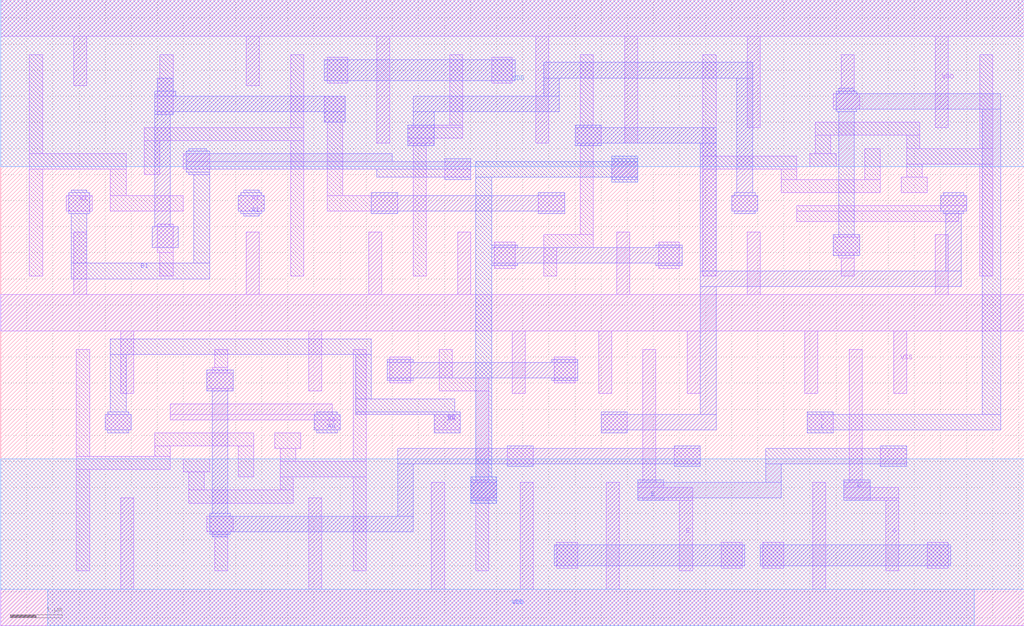
<source format=lef>
VERSION 5.7 ;
  NOWIREEXTENSIONATPIN ON ;
  DIVIDERCHAR "/" ;
  BUSBITCHARS "[]" ;
MACRO 2bit_comp_1x
  CLASS BLOCK ;
  FOREIGN 2bit_comp_1x ;
  ORIGIN 0.000 5.650 ;
  SIZE 19.600 BY 12.000 ;
  PIN VDD
    USE POWER ;
    PORT
      LAYER Nwell ;
        RECT 0.000 -4.950 19.600 -2.450 ;
        RECT 0.900 -5.650 18.650 -4.950 ;
      LAYER Metal1 ;
        RECT 2.300 -4.950 2.550 -3.200 ;
        RECT 5.900 -4.950 6.150 -3.200 ;
        RECT 8.250 -4.950 8.500 -2.900 ;
        RECT 9.950 -4.950 10.200 -2.900 ;
        RECT 11.600 -4.950 11.850 -2.900 ;
        RECT 15.550 -4.950 15.800 -2.900 ;
        RECT 0.000 -5.650 19.600 -4.950 ;
    END
    PORT
      LAYER Nwell ;
        RECT 0.000 3.150 19.600 6.350 ;
      LAYER Metal1 ;
        RECT 0.000 5.650 19.600 6.350 ;
        RECT 1.400 4.700 1.650 5.650 ;
        RECT 4.700 4.700 4.950 5.650 ;
        RECT 7.200 3.600 7.450 5.650 ;
        RECT 10.250 3.600 10.500 5.650 ;
        RECT 11.950 3.600 12.200 5.650 ;
        RECT 14.300 3.900 14.550 5.650 ;
        RECT 17.900 3.900 18.150 5.650 ;
    END
  END VDD
  PIN VSS
    USE GROUND ;
    PORT
      LAYER Metal1 ;
        RECT 1.400 0.700 1.650 1.900 ;
        RECT 4.700 0.700 4.950 1.900 ;
        RECT 7.050 0.700 7.300 1.900 ;
        RECT 8.750 0.700 9.000 1.900 ;
        RECT 11.800 0.700 12.050 1.900 ;
        RECT 14.300 0.700 14.550 1.900 ;
        RECT 17.900 0.700 18.150 1.850 ;
        RECT 0.000 0.000 19.600 0.700 ;
        RECT 2.300 -1.200 2.550 0.000 ;
        RECT 5.900 -1.150 6.150 0.000 ;
        RECT 9.800 -1.200 10.050 0.000 ;
        RECT 11.450 -1.200 11.700 0.000 ;
        RECT 13.150 -1.200 13.400 0.000 ;
        RECT 15.400 -1.200 15.650 0.000 ;
        RECT 17.100 -1.200 17.350 0.000 ;
    END
  END VSS
  PIN B0
    USE SIGNAL ;
    ANTENNAGATEAREA 2.550000 ;
    PORT
      LAYER Metal1 ;
        RECT 2.000 -1.900 2.500 -1.600 ;
        RECT 8.300 -1.900 8.800 -1.600 ;
      LAYER Metal2 ;
        RECT 2.100 -0.450 7.100 -0.150 ;
        RECT 2.100 -1.550 2.400 -0.450 ;
        RECT 6.800 -1.300 7.100 -0.450 ;
        RECT 6.800 -1.550 8.700 -1.300 ;
        RECT 2.050 -1.600 2.450 -1.550 ;
        RECT 6.800 -1.600 8.800 -1.550 ;
        RECT 2.000 -1.900 2.500 -1.600 ;
        RECT 2.050 -1.950 2.450 -1.900 ;
        RECT 8.300 -1.950 8.800 -1.600 ;
    END
  END B0
  PIN A0
    USE SIGNAL ;
    ANTENNAGATEAREA 1.530000 ;
    PORT
      LAYER Metal1 ;
        RECT 3.250 -1.600 6.350 -1.400 ;
        RECT 3.250 -1.700 6.500 -1.600 ;
        RECT 6.000 -1.900 6.500 -1.700 ;
      LAYER Metal2 ;
        RECT 6.050 -1.600 6.450 -1.550 ;
        RECT 6.000 -1.900 6.500 -1.600 ;
        RECT 6.050 -1.950 6.450 -1.900 ;
    END
  END A0
  PIN B1
    USE SIGNAL ;
    ANTENNAGATEAREA 2.805000 ;
    PORT
      LAYER Metal1 ;
        RECT 3.500 3.100 4.000 3.400 ;
        RECT 8.500 2.950 9.000 3.250 ;
        RECT 1.250 2.300 1.750 2.600 ;
      LAYER Metal2 ;
        RECT 3.600 3.450 3.950 3.500 ;
        RECT 3.550 3.400 4.000 3.450 ;
        RECT 3.550 3.250 7.500 3.400 ;
        RECT 8.500 3.250 9.000 3.300 ;
        RECT 3.550 3.100 9.000 3.250 ;
        RECT 3.550 3.050 4.000 3.100 ;
        RECT 3.600 3.000 4.000 3.050 ;
        RECT 1.350 2.650 1.650 2.700 ;
        RECT 1.300 2.250 1.700 2.650 ;
        RECT 1.350 1.300 1.650 2.250 ;
        RECT 3.700 1.300 4.000 3.000 ;
        RECT 7.200 2.950 9.000 3.100 ;
        RECT 8.500 2.900 9.000 2.950 ;
        RECT 1.350 1.000 4.000 1.300 ;
    END
  END B1
  PIN A1
    USE SIGNAL ;
    ANTENNAGATEAREA 1.530000 ;
    PORT
      LAYER Metal1 ;
        RECT 4.550 2.300 5.050 2.600 ;
      LAYER Metal2 ;
        RECT 4.650 2.650 4.950 2.700 ;
        RECT 4.600 2.600 5.000 2.650 ;
        RECT 4.550 2.300 5.050 2.600 ;
        RECT 4.600 2.250 5.000 2.300 ;
        RECT 4.650 2.200 4.950 2.250 ;
    END
  END A1
  PIN L
    USE SIGNAL ;
    ANTENNAGATEAREA 1.275000 ;
    ANTENNADIFFAREA 2.167500 ;
    PORT
      LAYER Metal1 ;
        RECT 16.100 4.650 16.350 5.300 ;
        RECT 16.050 4.550 16.350 4.650 ;
        RECT 15.950 4.250 16.450 4.550 ;
        RECT 16.050 1.800 16.350 1.850 ;
        RECT 15.950 1.500 16.450 1.800 ;
        RECT 16.050 1.400 16.350 1.500 ;
        RECT 16.100 1.050 16.350 1.400 ;
        RECT 15.450 -1.900 15.950 -1.600 ;
      LAYER Metal2 ;
        RECT 16.050 4.600 16.350 4.650 ;
        RECT 16.000 4.550 16.400 4.600 ;
        RECT 16.000 4.250 19.150 4.550 ;
        RECT 16.000 4.200 16.400 4.250 ;
        RECT 16.050 1.850 16.350 4.200 ;
        RECT 15.950 1.450 16.450 1.850 ;
        RECT 15.450 -1.600 15.950 -1.550 ;
        RECT 18.800 -1.600 19.150 4.250 ;
        RECT 15.450 -1.900 19.150 -1.600 ;
        RECT 15.450 -1.950 15.950 -1.900 ;
    END
  END L
  PIN G
    USE SIGNAL ;
    ANTENNADIFFAREA 1.402500 ;
    PORT
      LAYER Metal1 ;
        RECT 16.250 -2.900 16.500 -0.350 ;
        RECT 16.150 -3.000 16.650 -2.900 ;
        RECT 16.150 -3.200 17.200 -3.000 ;
        RECT 16.250 -3.250 17.200 -3.200 ;
        RECT 16.950 -4.600 17.200 -3.250 ;
      LAYER Metal2 ;
        RECT 16.150 -3.250 16.650 -2.850 ;
    END
  END G
  PIN E
    USE SIGNAL ;
    ANTENNAGATEAREA 1.275000 ;
    ANTENNADIFFAREA 1.402500 ;
    PORT
      LAYER Metal1 ;
        RECT 12.300 -2.900 12.550 -0.350 ;
        RECT 16.850 -2.550 17.350 -2.250 ;
        RECT 12.200 -3.000 12.700 -2.900 ;
        RECT 12.200 -3.200 13.250 -3.000 ;
        RECT 12.300 -3.250 13.250 -3.200 ;
        RECT 13.000 -4.600 13.250 -3.250 ;
      LAYER Metal2 ;
        RECT 16.850 -2.250 17.350 -2.200 ;
        RECT 14.650 -2.550 17.350 -2.250 ;
        RECT 12.200 -2.900 12.700 -2.850 ;
        RECT 14.650 -2.900 14.950 -2.550 ;
        RECT 16.850 -2.600 17.350 -2.550 ;
        RECT 12.200 -3.200 14.950 -2.900 ;
        RECT 12.200 -3.250 12.700 -3.200 ;
    END
  END E
  OBS
      LAYER Metal1 ;
        RECT 0.550 3.400 0.800 5.300 ;
        RECT 3.050 4.850 3.300 5.300 ;
        RECT 3.000 4.150 3.300 4.850 ;
        RECT 5.550 3.900 5.800 5.300 ;
        RECT 6.250 4.750 6.650 5.250 ;
        RECT 6.200 4.000 6.600 4.500 ;
        RECT 2.750 3.650 5.800 3.900 ;
        RECT 0.550 3.100 2.400 3.400 ;
        RECT 0.550 1.050 0.800 3.100 ;
        RECT 2.100 2.600 2.400 3.100 ;
        RECT 2.750 3.000 3.050 3.650 ;
        RECT 2.100 2.300 3.500 2.600 ;
        RECT 3.000 1.500 3.300 2.050 ;
        RECT 3.050 1.050 3.300 1.500 ;
        RECT 5.550 1.050 5.800 3.650 ;
        RECT 6.250 2.600 6.550 4.000 ;
        RECT 8.600 3.950 8.850 5.300 ;
        RECT 9.400 4.750 9.800 5.250 ;
        RECT 7.900 3.900 8.850 3.950 ;
        RECT 11.100 3.900 11.350 5.300 ;
        RECT 7.800 3.700 8.850 3.900 ;
        RECT 7.800 3.600 8.300 3.700 ;
        RECT 11.000 3.600 11.500 3.900 ;
        RECT 6.250 2.300 7.600 2.600 ;
        RECT 7.900 1.050 8.150 3.600 ;
        RECT 10.300 2.300 10.800 2.600 ;
        RECT 11.100 1.850 11.350 3.600 ;
        RECT 13.450 3.350 13.700 5.300 ;
        RECT 15.600 3.750 17.600 4.000 ;
        RECT 15.600 3.400 15.900 3.750 ;
        RECT 17.350 3.500 17.600 3.750 ;
        RECT 18.750 3.500 19.000 5.300 ;
        RECT 11.700 2.950 12.200 3.250 ;
        RECT 13.450 3.100 15.250 3.350 ;
        RECT 15.500 3.150 16.000 3.400 ;
        RECT 9.450 1.200 9.850 1.700 ;
        RECT 10.400 1.600 11.350 1.850 ;
        RECT 10.400 1.050 10.650 1.600 ;
        RECT 12.600 1.200 13.000 1.700 ;
        RECT 13.450 1.050 13.700 3.100 ;
        RECT 14.950 2.900 15.250 3.100 ;
        RECT 16.550 2.900 16.850 3.500 ;
        RECT 17.350 3.200 19.000 3.500 ;
        RECT 17.350 2.950 17.650 3.200 ;
        RECT 14.950 2.650 16.850 2.900 ;
        RECT 17.250 2.650 17.750 2.950 ;
        RECT 14.000 2.300 14.500 2.600 ;
        RECT 18.000 2.400 18.500 2.600 ;
        RECT 15.250 2.300 18.500 2.400 ;
        RECT 15.250 2.100 18.350 2.300 ;
        RECT 18.750 1.050 19.000 3.200 ;
        RECT 1.450 -2.400 1.700 -0.350 ;
        RECT 4.100 -0.700 4.350 -0.350 ;
        RECT 4.050 -0.800 4.350 -0.700 ;
        RECT 3.950 -1.100 4.450 -0.800 ;
        RECT 4.050 -1.150 4.350 -1.100 ;
        RECT 2.950 -2.200 4.850 -1.950 ;
        RECT 2.950 -2.400 3.250 -2.200 ;
        RECT 1.450 -2.650 3.250 -2.400 ;
        RECT 1.450 -4.600 1.700 -2.650 ;
        RECT 3.500 -2.700 4.000 -2.450 ;
        RECT 3.600 -3.050 3.900 -2.700 ;
        RECT 4.550 -2.800 4.850 -2.200 ;
        RECT 5.250 -2.250 5.750 -1.950 ;
        RECT 5.350 -2.500 5.650 -2.250 ;
        RECT 6.750 -2.500 7.000 -0.350 ;
        RECT 7.450 -1.000 7.850 -0.500 ;
        RECT 8.400 -0.900 8.650 -0.350 ;
        RECT 8.400 -1.150 9.350 -0.900 ;
        RECT 10.600 -1.000 11.000 -0.500 ;
        RECT 5.350 -2.800 7.000 -2.500 ;
        RECT 5.350 -3.050 5.600 -2.800 ;
        RECT 3.600 -3.300 5.600 -3.050 ;
        RECT 3.950 -3.850 4.450 -3.550 ;
        RECT 4.050 -3.950 4.350 -3.850 ;
        RECT 4.100 -4.600 4.350 -3.950 ;
        RECT 6.750 -4.600 7.000 -2.800 ;
        RECT 9.100 -2.900 9.350 -1.150 ;
        RECT 11.500 -1.900 12.000 -1.600 ;
        RECT 9.700 -2.550 10.200 -2.250 ;
        RECT 12.900 -2.550 13.400 -2.250 ;
        RECT 9.000 -3.200 9.500 -2.900 ;
        RECT 9.100 -4.600 9.350 -3.200 ;
        RECT 10.650 -4.550 11.050 -4.050 ;
        RECT 13.800 -4.550 14.200 -4.050 ;
        RECT 14.600 -4.550 15.000 -4.050 ;
        RECT 17.750 -4.550 18.150 -4.050 ;
      LAYER Metal2 ;
        RECT 3.000 4.600 3.300 4.850 ;
        RECT 6.200 4.800 9.850 5.200 ;
        RECT 10.400 4.850 14.400 5.150 ;
        RECT 2.950 4.500 3.350 4.600 ;
        RECT 10.400 4.500 10.700 4.850 ;
        RECT 2.950 4.200 6.600 4.500 ;
        RECT 2.950 4.150 3.300 4.200 ;
        RECT 2.950 2.000 3.250 4.150 ;
        RECT 6.200 4.000 6.600 4.200 ;
        RECT 7.900 4.200 10.700 4.500 ;
        RECT 7.900 3.950 8.300 4.200 ;
        RECT 7.800 3.550 8.300 3.950 ;
        RECT 11.000 3.900 11.500 3.950 ;
        RECT 11.000 3.600 13.700 3.900 ;
        RECT 11.000 3.550 11.500 3.600 ;
        RECT 11.700 2.900 12.200 3.300 ;
        RECT 7.100 2.600 7.600 2.650 ;
        RECT 10.300 2.600 10.800 2.650 ;
        RECT 7.100 2.300 10.800 2.600 ;
        RECT 7.100 2.250 7.600 2.300 ;
        RECT 10.300 2.250 10.800 2.300 ;
        RECT 2.900 1.600 3.400 2.000 ;
        RECT 9.400 1.600 9.900 1.650 ;
        RECT 12.550 1.600 13.050 1.650 ;
        RECT 9.400 1.300 13.050 1.600 ;
        RECT 9.400 1.250 9.900 1.300 ;
        RECT 12.550 1.250 13.050 1.300 ;
        RECT 13.400 1.150 13.700 3.600 ;
        RECT 14.100 2.650 14.400 4.850 ;
        RECT 14.050 2.600 14.450 2.650 ;
        RECT 18.050 2.600 18.450 2.650 ;
        RECT 14.000 2.300 14.500 2.600 ;
        RECT 18.000 2.300 18.500 2.600 ;
        RECT 14.050 2.250 14.450 2.300 ;
        RECT 18.050 2.250 18.450 2.300 ;
        RECT 18.100 1.150 18.400 2.250 ;
        RECT 13.400 0.850 18.400 1.150 ;
        RECT 7.400 -0.600 7.900 -0.550 ;
        RECT 10.550 -0.600 11.050 -0.550 ;
        RECT 3.950 -1.150 4.450 -0.750 ;
        RECT 7.400 -0.900 11.050 -0.600 ;
        RECT 7.400 -0.950 7.900 -0.900 ;
        RECT 10.550 -0.950 11.050 -0.900 ;
        RECT 4.050 -3.500 4.350 -1.150 ;
        RECT 11.500 -1.600 12.000 -1.550 ;
        RECT 13.400 -1.600 13.700 0.850 ;
        RECT 11.500 -1.900 13.700 -1.600 ;
        RECT 11.500 -1.950 12.000 -1.900 ;
        RECT 9.700 -2.250 10.200 -2.200 ;
        RECT 12.900 -2.250 13.400 -2.200 ;
        RECT 7.600 -2.550 13.400 -2.250 ;
        RECT 4.000 -3.550 4.400 -3.500 ;
        RECT 7.600 -3.550 7.900 -2.550 ;
        RECT 9.700 -2.600 10.200 -2.550 ;
        RECT 12.900 -2.600 13.400 -2.550 ;
        RECT 9.000 -3.250 9.500 -2.850 ;
        RECT 4.000 -3.850 7.900 -3.550 ;
        RECT 4.000 -3.900 4.400 -3.850 ;
        RECT 4.050 -3.950 4.350 -3.900 ;
        RECT 10.600 -4.500 14.250 -4.100 ;
        RECT 14.550 -4.500 18.200 -4.100 ;
      LAYER Metal3 ;
        RECT 11.700 3.250 12.200 3.350 ;
        RECT 9.100 2.950 12.200 3.250 ;
        RECT 9.100 -2.800 9.400 2.950 ;
        RECT 11.700 2.850 12.200 2.950 ;
        RECT 9.000 -3.300 9.500 -2.800 ;
  END
END 2bit_comp_1x
END LIBRARY


</source>
